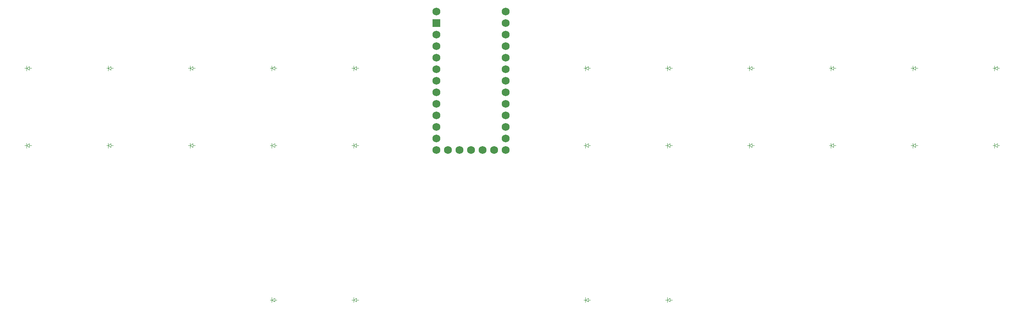
<source format=gbr>
%TF.GenerationSoftware,KiCad,Pcbnew,9.0.0*%
%TF.CreationDate,2025-03-10T18:29:08+01:00*%
%TF.ProjectId,pcb,7063622e-6b69-4636-9164-5f7063625858,v1.0.0*%
%TF.SameCoordinates,Original*%
%TF.FileFunction,Legend,Bot*%
%TF.FilePolarity,Positive*%
%FSLAX46Y46*%
G04 Gerber Fmt 4.6, Leading zero omitted, Abs format (unit mm)*
G04 Created by KiCad (PCBNEW 9.0.0) date 2025-03-10 18:29:08*
%MOMM*%
%LPD*%
G01*
G04 APERTURE LIST*
%ADD10C,0.100000*%
%ADD11R,1.752600X1.752600*%
%ADD12C,1.752600*%
G04 APERTURE END LIST*
D10*
%TO.C,D13*%
X240250000Y-105000000D02*
X240650000Y-105000000D01*
X240650000Y-105000000D02*
X240650000Y-104450000D01*
X240650000Y-105000000D02*
X240650000Y-105550000D01*
X240650000Y-105000000D02*
X241250000Y-104600000D01*
X241250000Y-104600000D02*
X241250000Y-105400000D01*
X241250000Y-105000000D02*
X241750000Y-105000000D01*
X241250000Y-105400000D02*
X240650000Y-105000000D01*
%TO.C,D14*%
X240250000Y-88000000D02*
X240650000Y-88000000D01*
X240650000Y-88000000D02*
X240650000Y-87450000D01*
X240650000Y-88000000D02*
X240650000Y-88550000D01*
X240650000Y-88000000D02*
X241250000Y-87600000D01*
X241250000Y-87600000D02*
X241250000Y-88400000D01*
X241250000Y-88000000D02*
X241750000Y-88000000D01*
X241250000Y-88400000D02*
X240650000Y-88000000D01*
%TO.C,D5*%
X135250000Y-105000000D02*
X135650000Y-105000000D01*
X135650000Y-105000000D02*
X135650000Y-104450000D01*
X135650000Y-105000000D02*
X135650000Y-105550000D01*
X135650000Y-105000000D02*
X136250000Y-104600000D01*
X136250000Y-104600000D02*
X136250000Y-105400000D01*
X136250000Y-105000000D02*
X136750000Y-105000000D01*
X136250000Y-105400000D02*
X135650000Y-105000000D01*
%TO.C,D24*%
X171250000Y-139000000D02*
X171650000Y-139000000D01*
X171650000Y-139000000D02*
X171650000Y-138450000D01*
X171650000Y-139000000D02*
X171650000Y-139550000D01*
X171650000Y-139000000D02*
X172250000Y-138600000D01*
X172250000Y-138600000D02*
X172250000Y-139400000D01*
X172250000Y-139000000D02*
X172750000Y-139000000D01*
X172250000Y-139400000D02*
X171650000Y-139000000D01*
%TO.C,D17*%
X276250000Y-105000000D02*
X276650000Y-105000000D01*
X276650000Y-105000000D02*
X276650000Y-104450000D01*
X276650000Y-105000000D02*
X276650000Y-105550000D01*
X276650000Y-105000000D02*
X277250000Y-104600000D01*
X277250000Y-104600000D02*
X277250000Y-105400000D01*
X277250000Y-105000000D02*
X277750000Y-105000000D01*
X277250000Y-105400000D02*
X276650000Y-105000000D01*
%TO.C,D1*%
X99250000Y-105000000D02*
X99650000Y-105000000D01*
X99650000Y-105000000D02*
X99650000Y-104450000D01*
X99650000Y-105000000D02*
X99650000Y-105550000D01*
X99650000Y-105000000D02*
X100250000Y-104600000D01*
X100250000Y-104600000D02*
X100250000Y-105400000D01*
X100250000Y-105000000D02*
X100750000Y-105000000D01*
X100250000Y-105400000D02*
X99650000Y-105000000D01*
%TO.C,D16*%
X258250000Y-88000000D02*
X258650000Y-88000000D01*
X258650000Y-88000000D02*
X258650000Y-87450000D01*
X258650000Y-88000000D02*
X258650000Y-88550000D01*
X258650000Y-88000000D02*
X259250000Y-87600000D01*
X259250000Y-87600000D02*
X259250000Y-88400000D01*
X259250000Y-88000000D02*
X259750000Y-88000000D01*
X259250000Y-88400000D02*
X258650000Y-88000000D01*
%TO.C,D22*%
X312250000Y-88000000D02*
X312650000Y-88000000D01*
X312650000Y-88000000D02*
X312650000Y-87450000D01*
X312650000Y-88000000D02*
X312650000Y-88550000D01*
X312650000Y-88000000D02*
X313250000Y-87600000D01*
X313250000Y-87600000D02*
X313250000Y-88400000D01*
X313250000Y-88000000D02*
X313750000Y-88000000D01*
X313250000Y-88400000D02*
X312650000Y-88000000D01*
%TO.C,D19*%
X294250000Y-105000000D02*
X294650000Y-105000000D01*
X294650000Y-105000000D02*
X294650000Y-104450000D01*
X294650000Y-105000000D02*
X294650000Y-105550000D01*
X294650000Y-105000000D02*
X295250000Y-104600000D01*
X295250000Y-104600000D02*
X295250000Y-105400000D01*
X295250000Y-105000000D02*
X295750000Y-105000000D01*
X295250000Y-105400000D02*
X294650000Y-105000000D01*
%TO.C,D2*%
X99250000Y-88000000D02*
X99650000Y-88000000D01*
X99650000Y-88000000D02*
X99650000Y-87450000D01*
X99650000Y-88000000D02*
X99650000Y-88550000D01*
X99650000Y-88000000D02*
X100250000Y-87600000D01*
X100250000Y-87600000D02*
X100250000Y-88400000D01*
X100250000Y-88000000D02*
X100750000Y-88000000D01*
X100250000Y-88400000D02*
X99650000Y-88000000D01*
%TO.C,D9*%
X171250000Y-105000000D02*
X171650000Y-105000000D01*
X171650000Y-105000000D02*
X171650000Y-104450000D01*
X171650000Y-105000000D02*
X171650000Y-105550000D01*
X171650000Y-105000000D02*
X172250000Y-104600000D01*
X172250000Y-104600000D02*
X172250000Y-105400000D01*
X172250000Y-105000000D02*
X172750000Y-105000000D01*
X172250000Y-105400000D02*
X171650000Y-105000000D01*
%TO.C,D20*%
X294250000Y-88000000D02*
X294650000Y-88000000D01*
X294650000Y-88000000D02*
X294650000Y-87450000D01*
X294650000Y-88000000D02*
X294650000Y-88550000D01*
X294650000Y-88000000D02*
X295250000Y-87600000D01*
X295250000Y-87600000D02*
X295250000Y-88400000D01*
X295250000Y-88000000D02*
X295750000Y-88000000D01*
X295250000Y-88400000D02*
X294650000Y-88000000D01*
%TO.C,D3*%
X117250000Y-105000000D02*
X117650000Y-105000000D01*
X117650000Y-105000000D02*
X117650000Y-104450000D01*
X117650000Y-105000000D02*
X117650000Y-105550000D01*
X117650000Y-105000000D02*
X118250000Y-104600000D01*
X118250000Y-104600000D02*
X118250000Y-105400000D01*
X118250000Y-105000000D02*
X118750000Y-105000000D01*
X118250000Y-105400000D02*
X117650000Y-105000000D01*
%TO.C,D26*%
X240250000Y-139000000D02*
X240650000Y-139000000D01*
X240650000Y-139000000D02*
X240650000Y-138450000D01*
X240650000Y-139000000D02*
X240650000Y-139550000D01*
X240650000Y-139000000D02*
X241250000Y-138600000D01*
X241250000Y-138600000D02*
X241250000Y-139400000D01*
X241250000Y-139000000D02*
X241750000Y-139000000D01*
X241250000Y-139400000D02*
X240650000Y-139000000D01*
%TO.C,D21*%
X312250000Y-105000000D02*
X312650000Y-105000000D01*
X312650000Y-105000000D02*
X312650000Y-104450000D01*
X312650000Y-105000000D02*
X312650000Y-105550000D01*
X312650000Y-105000000D02*
X313250000Y-104600000D01*
X313250000Y-104600000D02*
X313250000Y-105400000D01*
X313250000Y-105000000D02*
X313750000Y-105000000D01*
X313250000Y-105400000D02*
X312650000Y-105000000D01*
%TO.C,D12*%
X222250000Y-88000000D02*
X222650000Y-88000000D01*
X222650000Y-88000000D02*
X222650000Y-87450000D01*
X222650000Y-88000000D02*
X222650000Y-88550000D01*
X222650000Y-88000000D02*
X223250000Y-87600000D01*
X223250000Y-87600000D02*
X223250000Y-88400000D01*
X223250000Y-88000000D02*
X223750000Y-88000000D01*
X223250000Y-88400000D02*
X222650000Y-88000000D01*
%TO.C,D11*%
X222250000Y-105000000D02*
X222650000Y-105000000D01*
X222650000Y-105000000D02*
X222650000Y-104450000D01*
X222650000Y-105000000D02*
X222650000Y-105550000D01*
X222650000Y-105000000D02*
X223250000Y-104600000D01*
X223250000Y-104600000D02*
X223250000Y-105400000D01*
X223250000Y-105000000D02*
X223750000Y-105000000D01*
X223250000Y-105400000D02*
X222650000Y-105000000D01*
%TO.C,D15*%
X258250000Y-105000000D02*
X258650000Y-105000000D01*
X258650000Y-105000000D02*
X258650000Y-104450000D01*
X258650000Y-105000000D02*
X258650000Y-105550000D01*
X258650000Y-105000000D02*
X259250000Y-104600000D01*
X259250000Y-104600000D02*
X259250000Y-105400000D01*
X259250000Y-105000000D02*
X259750000Y-105000000D01*
X259250000Y-105400000D02*
X258650000Y-105000000D01*
%TO.C,D7*%
X153250000Y-105000000D02*
X153650000Y-105000000D01*
X153650000Y-105000000D02*
X153650000Y-104450000D01*
X153650000Y-105000000D02*
X153650000Y-105550000D01*
X153650000Y-105000000D02*
X154250000Y-104600000D01*
X154250000Y-104600000D02*
X154250000Y-105400000D01*
X154250000Y-105000000D02*
X154750000Y-105000000D01*
X154250000Y-105400000D02*
X153650000Y-105000000D01*
%TO.C,D25*%
X222250000Y-139000000D02*
X222650000Y-139000000D01*
X222650000Y-139000000D02*
X222650000Y-138450000D01*
X222650000Y-139000000D02*
X222650000Y-139550000D01*
X222650000Y-139000000D02*
X223250000Y-138600000D01*
X223250000Y-138600000D02*
X223250000Y-139400000D01*
X223250000Y-139000000D02*
X223750000Y-139000000D01*
X223250000Y-139400000D02*
X222650000Y-139000000D01*
%TO.C,D6*%
X135250000Y-88000000D02*
X135650000Y-88000000D01*
X135650000Y-88000000D02*
X135650000Y-87450000D01*
X135650000Y-88000000D02*
X135650000Y-88550000D01*
X135650000Y-88000000D02*
X136250000Y-87600000D01*
X136250000Y-87600000D02*
X136250000Y-88400000D01*
X136250000Y-88000000D02*
X136750000Y-88000000D01*
X136250000Y-88400000D02*
X135650000Y-88000000D01*
%TO.C,D4*%
X117250000Y-88000000D02*
X117650000Y-88000000D01*
X117650000Y-88000000D02*
X117650000Y-87450000D01*
X117650000Y-88000000D02*
X117650000Y-88550000D01*
X117650000Y-88000000D02*
X118250000Y-87600000D01*
X118250000Y-87600000D02*
X118250000Y-88400000D01*
X118250000Y-88000000D02*
X118750000Y-88000000D01*
X118250000Y-88400000D02*
X117650000Y-88000000D01*
%TO.C,D18*%
X276250000Y-88000000D02*
X276650000Y-88000000D01*
X276650000Y-88000000D02*
X276650000Y-87450000D01*
X276650000Y-88000000D02*
X276650000Y-88550000D01*
X276650000Y-88000000D02*
X277250000Y-87600000D01*
X277250000Y-87600000D02*
X277250000Y-88400000D01*
X277250000Y-88000000D02*
X277750000Y-88000000D01*
X277250000Y-88400000D02*
X276650000Y-88000000D01*
%TO.C,D10*%
X171250000Y-88000000D02*
X171650000Y-88000000D01*
X171650000Y-88000000D02*
X171650000Y-87450000D01*
X171650000Y-88000000D02*
X171650000Y-88550000D01*
X171650000Y-88000000D02*
X172250000Y-87600000D01*
X172250000Y-87600000D02*
X172250000Y-88400000D01*
X172250000Y-88000000D02*
X172750000Y-88000000D01*
X172250000Y-88400000D02*
X171650000Y-88000000D01*
%TO.C,D23*%
X153250000Y-139000000D02*
X153650000Y-139000000D01*
X153650000Y-139000000D02*
X153650000Y-138450000D01*
X153650000Y-139000000D02*
X153650000Y-139550000D01*
X153650000Y-139000000D02*
X154250000Y-138600000D01*
X154250000Y-138600000D02*
X154250000Y-139400000D01*
X154250000Y-139000000D02*
X154750000Y-139000000D01*
X154250000Y-139400000D02*
X153650000Y-139000000D01*
%TO.C,D8*%
X153250000Y-88000000D02*
X153650000Y-88000000D01*
X153650000Y-88000000D02*
X153650000Y-87450000D01*
X153650000Y-88000000D02*
X153650000Y-88550000D01*
X153650000Y-88000000D02*
X154250000Y-87600000D01*
X154250000Y-87600000D02*
X154250000Y-88400000D01*
X154250000Y-88000000D02*
X154750000Y-88000000D01*
X154250000Y-88400000D02*
X153650000Y-88000000D01*
%TD*%
D11*
%TO.C,MCU1*%
X189880000Y-78030000D03*
D12*
X189880000Y-75490000D03*
X189880000Y-80570000D03*
X189880000Y-83110000D03*
X189880000Y-85650000D03*
X189880000Y-88190000D03*
X189880000Y-90730000D03*
X189880000Y-93270000D03*
X189880000Y-95810000D03*
X189880000Y-98350000D03*
X189880000Y-100890000D03*
X189880000Y-103430000D03*
X189880000Y-105970000D03*
X202580000Y-105970000D03*
X200040000Y-105970000D03*
X197500000Y-105970000D03*
X194960000Y-105970000D03*
X192420000Y-105970000D03*
X205120000Y-75490000D03*
X205120000Y-78030000D03*
X205120000Y-80570000D03*
X205120000Y-83110000D03*
X205120000Y-85650000D03*
X205120000Y-88190000D03*
X205120000Y-90730000D03*
X205120000Y-93270000D03*
X205120000Y-95810000D03*
X205120000Y-98350000D03*
X205120000Y-100890000D03*
X205120000Y-103430000D03*
X205120000Y-105970000D03*
%TD*%
M02*

</source>
